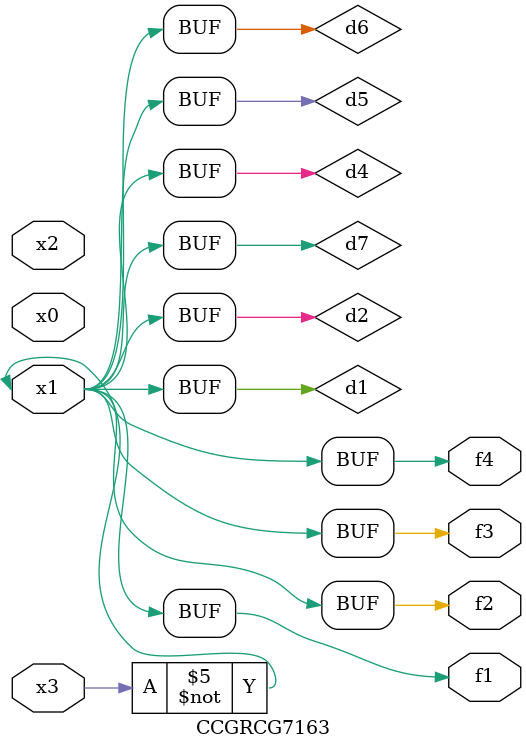
<source format=v>
module CCGRCG7163(
	input x0, x1, x2, x3,
	output f1, f2, f3, f4
);

	wire d1, d2, d3, d4, d5, d6, d7;

	not (d1, x3);
	buf (d2, x1);
	xnor (d3, d1, d2);
	nor (d4, d1);
	buf (d5, d1, d2);
	buf (d6, d4, d5);
	nand (d7, d4);
	assign f1 = d6;
	assign f2 = d7;
	assign f3 = d6;
	assign f4 = d6;
endmodule

</source>
